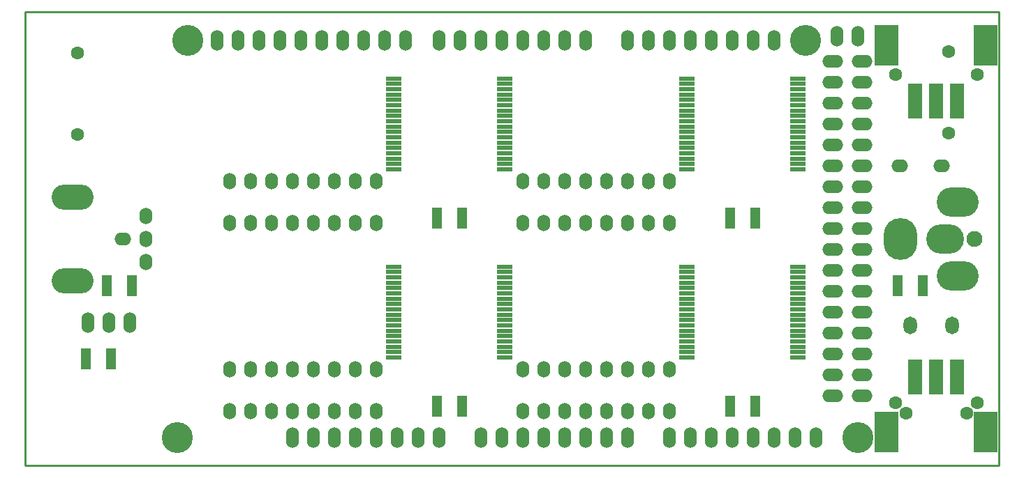
<source format=gbs>
G04 #@! TF.FileFunction,Soldermask,Bot*
%FSLAX46Y46*%
G04 Gerber Fmt 4.6, Leading zero omitted, Abs format (unit mm)*
G04 Created by KiCad (PCBNEW 0.201602281447+6595~42~ubuntu14.04.1-product) date Thu 03 Mar 2016 10:52:18 AM EST*
%MOMM*%
G01*
G04 APERTURE LIST*
%ADD10C,0.100000*%
%ADD11C,0.228600*%
%ADD12O,1.524000X2.032000*%
%ADD13R,1.270000X2.540000*%
%ADD14O,2.032000X1.524000*%
%ADD15O,1.524000X2.540000*%
%ADD16C,1.930400*%
%ADD17O,4.572000X3.556000*%
%ADD18O,4.064000X5.080000*%
%ADD19O,5.080000X3.556000*%
%ADD20O,5.080000X3.048000*%
%ADD21C,3.759200*%
%ADD22O,2.540000X1.524000*%
%ADD23O,1.651000X2.159000*%
%ADD24C,1.600200*%
%ADD25R,1.778000X4.191000*%
%ADD26R,2.997200X5.029200*%
%ADD27R,1.930000X0.550000*%
G04 APERTURE END LIST*
D10*
D11*
X211455000Y-75311000D02*
X93345000Y-75311000D01*
X211455000Y-130429000D02*
X211455000Y-75311000D01*
X93345000Y-130429000D02*
X211455000Y-130429000D01*
X93345000Y-75311000D02*
X93345000Y-130429000D01*
D12*
X118110000Y-123825000D03*
X118110000Y-118745000D03*
X120650000Y-123825000D03*
X120650000Y-118745000D03*
X123190000Y-123825000D03*
X123190000Y-118745000D03*
X125730000Y-123825000D03*
X125730000Y-118745000D03*
X128270000Y-123825000D03*
X128270000Y-118745000D03*
X130810000Y-123825000D03*
X130810000Y-118745000D03*
X133350000Y-123825000D03*
X133350000Y-118745000D03*
X135890000Y-123825000D03*
X135890000Y-118745000D03*
X153670000Y-123825000D03*
X153670000Y-118745000D03*
X156210000Y-123825000D03*
X156210000Y-118745000D03*
X158750000Y-123825000D03*
X158750000Y-118745000D03*
X161290000Y-123825000D03*
X161290000Y-118745000D03*
X163830000Y-123825000D03*
X163830000Y-118745000D03*
X166370000Y-123825000D03*
X166370000Y-118745000D03*
X168910000Y-123825000D03*
X168910000Y-118745000D03*
X171450000Y-123825000D03*
X171450000Y-118745000D03*
D13*
X143256000Y-123190000D03*
X146304000Y-123190000D03*
D12*
X118110000Y-100965000D03*
X118110000Y-95885000D03*
X120650000Y-100965000D03*
X120650000Y-95885000D03*
X123190000Y-100965000D03*
X123190000Y-95885000D03*
X125730000Y-100965000D03*
X125730000Y-95885000D03*
X128270000Y-100965000D03*
X128270000Y-95885000D03*
X130810000Y-100965000D03*
X130810000Y-95885000D03*
X133350000Y-100965000D03*
X133350000Y-95885000D03*
X135890000Y-100965000D03*
X135890000Y-95885000D03*
X153670000Y-100965000D03*
X153670000Y-95885000D03*
X156210000Y-100965000D03*
X156210000Y-95885000D03*
X158750000Y-100965000D03*
X158750000Y-95885000D03*
X161290000Y-100965000D03*
X161290000Y-95885000D03*
X163830000Y-100965000D03*
X163830000Y-95885000D03*
X166370000Y-100965000D03*
X166370000Y-95885000D03*
X168910000Y-100965000D03*
X168910000Y-95885000D03*
X171450000Y-100965000D03*
X171450000Y-95885000D03*
D14*
X204470000Y-93980000D03*
X199390000Y-93980000D03*
D15*
X103505000Y-113030000D03*
X100965000Y-113030000D03*
X106045000Y-113030000D03*
D16*
X208457800Y-102870000D03*
D17*
X204952600Y-102870000D03*
D18*
X199466200Y-102870000D03*
D19*
X206451200Y-98374200D03*
X206451200Y-107365800D03*
D13*
X199136000Y-108585000D03*
X202184000Y-108585000D03*
X106299000Y-108585000D03*
X103251000Y-108585000D03*
X178816000Y-123190000D03*
X181864000Y-123190000D03*
D20*
X99060000Y-107950000D03*
X99060000Y-97790000D03*
D14*
X105156000Y-102870000D03*
D12*
X107950000Y-102870000D03*
X107950000Y-100076000D03*
X107950000Y-105664000D03*
D21*
X111760000Y-127000000D03*
X113030000Y-78740000D03*
X194310000Y-127000000D03*
X187960000Y-78740000D03*
D15*
X125730000Y-127000000D03*
X128270000Y-127000000D03*
X130810000Y-127000000D03*
X133350000Y-127000000D03*
X135890000Y-127000000D03*
X138430000Y-127000000D03*
X140970000Y-127000000D03*
X143510000Y-127000000D03*
X148590000Y-127000000D03*
X151130000Y-127000000D03*
X153670000Y-127000000D03*
X156210000Y-127000000D03*
X158750000Y-127000000D03*
X161290000Y-127000000D03*
X163830000Y-127000000D03*
X166370000Y-127000000D03*
X171450000Y-127000000D03*
X173990000Y-127000000D03*
X176530000Y-127000000D03*
X179070000Y-127000000D03*
X181610000Y-127000000D03*
X184150000Y-127000000D03*
X186690000Y-127000000D03*
X189230000Y-127000000D03*
X116586000Y-78740000D03*
X119126000Y-78740000D03*
X121666000Y-78740000D03*
X124206000Y-78740000D03*
X126746000Y-78740000D03*
X129286000Y-78740000D03*
X131826000Y-78740000D03*
X134366000Y-78740000D03*
X136906000Y-78740000D03*
X139446000Y-78740000D03*
X143510000Y-78740000D03*
X161290000Y-78740000D03*
X158750000Y-78740000D03*
X156210000Y-78740000D03*
X153670000Y-78740000D03*
X151130000Y-78740000D03*
X148590000Y-78740000D03*
X146050000Y-78740000D03*
X166370000Y-78740000D03*
X168910000Y-78740000D03*
X171450000Y-78740000D03*
X173990000Y-78740000D03*
X176530000Y-78740000D03*
X179070000Y-78740000D03*
X181610000Y-78740000D03*
X184150000Y-78740000D03*
X191770000Y-78232000D03*
X194310000Y-78232000D03*
D22*
X191262000Y-81280000D03*
X194818000Y-81280000D03*
X191262000Y-83820000D03*
X194818000Y-83820000D03*
X191262000Y-86360000D03*
X194818000Y-86360000D03*
X191262000Y-88900000D03*
X194818000Y-88900000D03*
X191262000Y-91440000D03*
X194818000Y-91440000D03*
X191262000Y-93980000D03*
X194818000Y-93980000D03*
X191262000Y-96520000D03*
X194818000Y-96520000D03*
X191262000Y-99060000D03*
X194818000Y-99060000D03*
X191262000Y-101600000D03*
X194818000Y-101600000D03*
X191262000Y-104140000D03*
X194818000Y-104140000D03*
X191262000Y-106680000D03*
X194818000Y-106680000D03*
X191262000Y-109220000D03*
X194818000Y-109220000D03*
X191262000Y-111760000D03*
X194818000Y-111760000D03*
X191262000Y-114300000D03*
X194818000Y-114300000D03*
X191262000Y-116840000D03*
X194818000Y-116840000D03*
X191262000Y-119380000D03*
X194818000Y-119380000D03*
X191262000Y-121920000D03*
X194818000Y-121920000D03*
D23*
X200660000Y-113385600D03*
X205740000Y-113385600D03*
D24*
X99695000Y-90170000D03*
X99695000Y-80264000D03*
D25*
X206375000Y-86106000D03*
X203835000Y-86106000D03*
X201295000Y-86106000D03*
D24*
X208788000Y-82931000D03*
X198882000Y-82931000D03*
D26*
X209829400Y-79375000D03*
X197840600Y-79375000D03*
D24*
X205359000Y-80137000D03*
X205359000Y-90043000D03*
D25*
X201295000Y-119634000D03*
X203835000Y-119634000D03*
X206375000Y-119634000D03*
D24*
X198882000Y-122809000D03*
X208788000Y-122809000D03*
D26*
X197840600Y-126365000D03*
X209829400Y-126365000D03*
D24*
X207518000Y-124079000D03*
X200152000Y-124079000D03*
D13*
X100711000Y-117475000D03*
X103759000Y-117475000D03*
X178816000Y-100330000D03*
X181864000Y-100330000D03*
X143256000Y-100330000D03*
X146304000Y-100330000D03*
D27*
X151520000Y-106235000D03*
X151520000Y-106885000D03*
X151520000Y-107535000D03*
X151520000Y-108185000D03*
X151520000Y-108835000D03*
X151520000Y-109485000D03*
X151520000Y-110135000D03*
X151520000Y-110785000D03*
X151520000Y-111435000D03*
X151520000Y-112085000D03*
X151520000Y-112735000D03*
X151520000Y-113385000D03*
X151520000Y-114035000D03*
X151520000Y-114685000D03*
X151520000Y-115335000D03*
X151520000Y-115985000D03*
X151520000Y-116635000D03*
X151520000Y-117285000D03*
X138040000Y-117285000D03*
X138040000Y-116635000D03*
X138040000Y-115985000D03*
X138040000Y-115335000D03*
X138040000Y-114685000D03*
X138040000Y-114035000D03*
X138040000Y-113385000D03*
X138040000Y-112735000D03*
X138040000Y-112085000D03*
X138040000Y-111435000D03*
X138040000Y-110785000D03*
X138040000Y-110135000D03*
X138040000Y-109485000D03*
X138040000Y-108835000D03*
X138040000Y-108185000D03*
X138040000Y-107535000D03*
X138040000Y-106885000D03*
X138040000Y-106235000D03*
X187080000Y-106235000D03*
X187080000Y-106885000D03*
X187080000Y-107535000D03*
X187080000Y-108185000D03*
X187080000Y-108835000D03*
X187080000Y-109485000D03*
X187080000Y-110135000D03*
X187080000Y-110785000D03*
X187080000Y-111435000D03*
X187080000Y-112085000D03*
X187080000Y-112735000D03*
X187080000Y-113385000D03*
X187080000Y-114035000D03*
X187080000Y-114685000D03*
X187080000Y-115335000D03*
X187080000Y-115985000D03*
X187080000Y-116635000D03*
X187080000Y-117285000D03*
X173600000Y-117285000D03*
X173600000Y-116635000D03*
X173600000Y-115985000D03*
X173600000Y-115335000D03*
X173600000Y-114685000D03*
X173600000Y-114035000D03*
X173600000Y-113385000D03*
X173600000Y-112735000D03*
X173600000Y-112085000D03*
X173600000Y-111435000D03*
X173600000Y-110785000D03*
X173600000Y-110135000D03*
X173600000Y-109485000D03*
X173600000Y-108835000D03*
X173600000Y-108185000D03*
X173600000Y-107535000D03*
X173600000Y-106885000D03*
X173600000Y-106235000D03*
X151520000Y-83375000D03*
X151520000Y-84025000D03*
X151520000Y-84675000D03*
X151520000Y-85325000D03*
X151520000Y-85975000D03*
X151520000Y-86625000D03*
X151520000Y-87275000D03*
X151520000Y-87925000D03*
X151520000Y-88575000D03*
X151520000Y-89225000D03*
X151520000Y-89875000D03*
X151520000Y-90525000D03*
X151520000Y-91175000D03*
X151520000Y-91825000D03*
X151520000Y-92475000D03*
X151520000Y-93125000D03*
X151520000Y-93775000D03*
X151520000Y-94425000D03*
X138040000Y-94425000D03*
X138040000Y-93775000D03*
X138040000Y-93125000D03*
X138040000Y-92475000D03*
X138040000Y-91825000D03*
X138040000Y-91175000D03*
X138040000Y-90525000D03*
X138040000Y-89875000D03*
X138040000Y-89225000D03*
X138040000Y-88575000D03*
X138040000Y-87925000D03*
X138040000Y-87275000D03*
X138040000Y-86625000D03*
X138040000Y-85975000D03*
X138040000Y-85325000D03*
X138040000Y-84675000D03*
X138040000Y-84025000D03*
X138040000Y-83375000D03*
X187080000Y-83375000D03*
X187080000Y-84025000D03*
X187080000Y-84675000D03*
X187080000Y-85325000D03*
X187080000Y-85975000D03*
X187080000Y-86625000D03*
X187080000Y-87275000D03*
X187080000Y-87925000D03*
X187080000Y-88575000D03*
X187080000Y-89225000D03*
X187080000Y-89875000D03*
X187080000Y-90525000D03*
X187080000Y-91175000D03*
X187080000Y-91825000D03*
X187080000Y-92475000D03*
X187080000Y-93125000D03*
X187080000Y-93775000D03*
X187080000Y-94425000D03*
X173600000Y-94425000D03*
X173600000Y-93775000D03*
X173600000Y-93125000D03*
X173600000Y-92475000D03*
X173600000Y-91825000D03*
X173600000Y-91175000D03*
X173600000Y-90525000D03*
X173600000Y-89875000D03*
X173600000Y-89225000D03*
X173600000Y-88575000D03*
X173600000Y-87925000D03*
X173600000Y-87275000D03*
X173600000Y-86625000D03*
X173600000Y-85975000D03*
X173600000Y-85325000D03*
X173600000Y-84675000D03*
X173600000Y-84025000D03*
X173600000Y-83375000D03*
M02*

</source>
